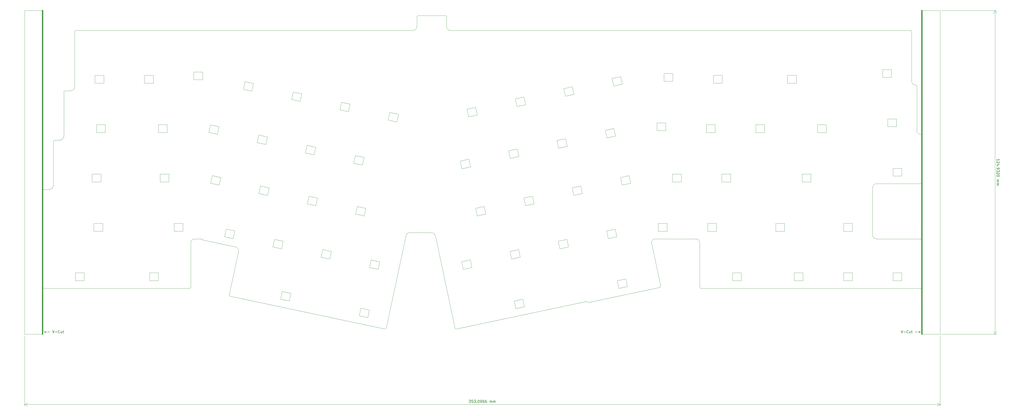
<source format=gbr>
%TF.GenerationSoftware,KiCad,Pcbnew,(6.0.9)*%
%TF.CreationDate,2023-01-04T06:44:43+09:00*%
%TF.ProjectId,Skeleton68rev2,536b656c-6574-46f6-9e36-38726576322e,rev?*%
%TF.SameCoordinates,Original*%
%TF.FileFunction,Profile,NP*%
%FSLAX46Y46*%
G04 Gerber Fmt 4.6, Leading zero omitted, Abs format (unit mm)*
G04 Created by KiCad (PCBNEW (6.0.9)) date 2023-01-04 06:44:43*
%MOMM*%
%LPD*%
G01*
G04 APERTURE LIST*
%ADD10C,0.150000*%
%TA.AperFunction,Profile*%
%ADD11C,0.100000*%
%TD*%
%TA.AperFunction,Profile*%
%ADD12C,0.500000*%
%TD*%
%TA.AperFunction,Profile*%
%ADD13C,0.120000*%
%TD*%
G04 APERTURE END LIST*
D10*
X386881537Y-72078445D02*
X386881492Y-71507017D01*
X386881515Y-71792731D02*
X387881515Y-71792651D01*
X387738650Y-71697424D01*
X387643404Y-71602194D01*
X387595777Y-71506959D01*
X387786330Y-72459325D02*
X387833953Y-72506940D01*
X387881579Y-72602175D01*
X387881598Y-72840270D01*
X387833987Y-72935512D01*
X387786372Y-72983135D01*
X387691137Y-73030761D01*
X387595899Y-73030769D01*
X387453038Y-72983161D01*
X386881564Y-72411779D01*
X386881614Y-73030826D01*
X387548349Y-73887916D02*
X386881682Y-73887969D01*
X387929282Y-73649790D02*
X387214978Y-73411752D01*
X387215027Y-74030799D01*
X386976962Y-74411771D02*
X386929347Y-74459394D01*
X386881724Y-74411779D01*
X386929339Y-74364156D01*
X386976962Y-74411771D01*
X386881724Y-74411779D01*
X386881766Y-74935588D02*
X386881781Y-75126064D01*
X386929408Y-75221299D01*
X386977031Y-75268914D01*
X387119896Y-75364140D01*
X387310376Y-75411744D01*
X387691328Y-75411714D01*
X387786562Y-75364087D01*
X387834178Y-75316464D01*
X387881789Y-75221222D01*
X387881774Y-75030746D01*
X387834147Y-74935512D01*
X387786524Y-74887897D01*
X387691282Y-74840285D01*
X387453187Y-74840304D01*
X387357953Y-74887931D01*
X387310338Y-74935554D01*
X387262726Y-75030796D01*
X387262741Y-75221272D01*
X387310368Y-75316506D01*
X387357991Y-75364121D01*
X387453233Y-75411733D01*
X387881831Y-75745032D02*
X387881880Y-76364079D01*
X387500901Y-76030777D01*
X387500913Y-76173634D01*
X387453301Y-76268876D01*
X387405686Y-76316498D01*
X387310452Y-76364125D01*
X387072357Y-76364144D01*
X386977115Y-76316533D01*
X386929492Y-76268918D01*
X386881865Y-76173683D01*
X386881842Y-75887969D01*
X386929454Y-75792727D01*
X386977069Y-75745104D01*
X387786673Y-76745039D02*
X387834296Y-76792655D01*
X387881922Y-76887889D01*
X387881941Y-77125984D01*
X387834330Y-77221226D01*
X387786715Y-77268849D01*
X387691481Y-77316476D01*
X387596242Y-77316483D01*
X387453381Y-77268876D01*
X386881907Y-76697493D01*
X386881957Y-77316540D01*
X387882006Y-77935508D02*
X387882014Y-78030746D01*
X387834402Y-78125988D01*
X387786787Y-78173611D01*
X387691553Y-78221238D01*
X387501081Y-78268872D01*
X387262985Y-78268891D01*
X387072505Y-78221287D01*
X386977263Y-78173676D01*
X386929641Y-78126060D01*
X386882014Y-78030826D01*
X386882006Y-77935588D01*
X386929618Y-77840346D01*
X386977233Y-77792723D01*
X387072467Y-77745097D01*
X387262940Y-77697462D01*
X387501035Y-77697443D01*
X387691515Y-77745047D01*
X387786757Y-77792658D01*
X387834380Y-77840274D01*
X387882006Y-77935508D01*
X386882128Y-79459398D02*
X387548795Y-79459344D01*
X387453557Y-79459352D02*
X387501180Y-79506967D01*
X387548806Y-79602201D01*
X387548818Y-79745058D01*
X387501206Y-79840300D01*
X387405972Y-79887927D01*
X386882163Y-79887969D01*
X387405972Y-79887927D02*
X387501214Y-79935538D01*
X387548841Y-80030773D01*
X387548852Y-80173630D01*
X387501241Y-80268872D01*
X387406006Y-80316498D01*
X386882197Y-80316540D01*
X386882235Y-80792731D02*
X387548902Y-80792678D01*
X387453664Y-80792685D02*
X387501286Y-80840300D01*
X387548913Y-80935535D01*
X387548925Y-81078392D01*
X387501313Y-81173634D01*
X387406079Y-81221260D01*
X386882269Y-81221302D01*
X387406079Y-81221260D02*
X387501321Y-81268872D01*
X387548947Y-81364106D01*
X387548959Y-81506963D01*
X387501347Y-81602205D01*
X387406113Y-81649832D01*
X386882304Y-81649874D01*
D11*
X365560000Y-139069960D02*
X386775701Y-139068262D01*
X365550000Y-14137963D02*
X386765701Y-14136265D01*
X386189281Y-139068309D02*
X386179281Y-14136312D01*
X386189281Y-139068309D02*
X386179281Y-14136312D01*
X386189281Y-139068309D02*
X386775612Y-137941758D01*
X386189281Y-139068309D02*
X385602770Y-137941852D01*
X386179281Y-14136312D02*
X385592950Y-15262863D01*
X386179281Y-14136312D02*
X386765792Y-15262769D01*
D10*
X183358846Y-164482380D02*
X183977894Y-164482380D01*
X183644561Y-164863333D01*
X183787418Y-164863333D01*
X183882656Y-164910952D01*
X183930275Y-164958571D01*
X183977894Y-165053809D01*
X183977894Y-165291904D01*
X183930275Y-165387142D01*
X183882656Y-165434761D01*
X183787418Y-165482380D01*
X183501704Y-165482380D01*
X183406465Y-165434761D01*
X183358846Y-165387142D01*
X184882656Y-164482380D02*
X184406465Y-164482380D01*
X184358846Y-164958571D01*
X184406465Y-164910952D01*
X184501704Y-164863333D01*
X184739799Y-164863333D01*
X184835037Y-164910952D01*
X184882656Y-164958571D01*
X184930275Y-165053809D01*
X184930275Y-165291904D01*
X184882656Y-165387142D01*
X184835037Y-165434761D01*
X184739799Y-165482380D01*
X184501704Y-165482380D01*
X184406465Y-165434761D01*
X184358846Y-165387142D01*
X185263608Y-164482380D02*
X185882656Y-164482380D01*
X185549323Y-164863333D01*
X185692180Y-164863333D01*
X185787418Y-164910952D01*
X185835037Y-164958571D01*
X185882656Y-165053809D01*
X185882656Y-165291904D01*
X185835037Y-165387142D01*
X185787418Y-165434761D01*
X185692180Y-165482380D01*
X185406465Y-165482380D01*
X185311227Y-165434761D01*
X185263608Y-165387142D01*
X186311227Y-165387142D02*
X186358846Y-165434761D01*
X186311227Y-165482380D01*
X186263608Y-165434761D01*
X186311227Y-165387142D01*
X186311227Y-165482380D01*
X186977894Y-164482380D02*
X187073132Y-164482380D01*
X187168370Y-164530000D01*
X187215989Y-164577619D01*
X187263608Y-164672857D01*
X187311227Y-164863333D01*
X187311227Y-165101428D01*
X187263608Y-165291904D01*
X187215989Y-165387142D01*
X187168370Y-165434761D01*
X187073132Y-165482380D01*
X186977894Y-165482380D01*
X186882656Y-165434761D01*
X186835037Y-165387142D01*
X186787418Y-165291904D01*
X186739799Y-165101428D01*
X186739799Y-164863333D01*
X186787418Y-164672857D01*
X186835037Y-164577619D01*
X186882656Y-164530000D01*
X186977894Y-164482380D01*
X187787418Y-165482380D02*
X187977894Y-165482380D01*
X188073132Y-165434761D01*
X188120751Y-165387142D01*
X188215989Y-165244285D01*
X188263608Y-165053809D01*
X188263608Y-164672857D01*
X188215989Y-164577619D01*
X188168370Y-164530000D01*
X188073132Y-164482380D01*
X187882656Y-164482380D01*
X187787418Y-164530000D01*
X187739799Y-164577619D01*
X187692180Y-164672857D01*
X187692180Y-164910952D01*
X187739799Y-165006190D01*
X187787418Y-165053809D01*
X187882656Y-165101428D01*
X188073132Y-165101428D01*
X188168370Y-165053809D01*
X188215989Y-165006190D01*
X188263608Y-164910952D01*
X189120751Y-164482380D02*
X188930275Y-164482380D01*
X188835037Y-164530000D01*
X188787418Y-164577619D01*
X188692180Y-164720476D01*
X188644561Y-164910952D01*
X188644561Y-165291904D01*
X188692180Y-165387142D01*
X188739799Y-165434761D01*
X188835037Y-165482380D01*
X189025513Y-165482380D01*
X189120751Y-165434761D01*
X189168370Y-165387142D01*
X189215989Y-165291904D01*
X189215989Y-165053809D01*
X189168370Y-164958571D01*
X189120751Y-164910952D01*
X189025513Y-164863333D01*
X188835037Y-164863333D01*
X188739799Y-164910952D01*
X188692180Y-164958571D01*
X188644561Y-165053809D01*
X190073132Y-164482380D02*
X189882656Y-164482380D01*
X189787418Y-164530000D01*
X189739799Y-164577619D01*
X189644561Y-164720476D01*
X189596942Y-164910952D01*
X189596942Y-165291904D01*
X189644561Y-165387142D01*
X189692180Y-165434761D01*
X189787418Y-165482380D01*
X189977894Y-165482380D01*
X190073132Y-165434761D01*
X190120751Y-165387142D01*
X190168370Y-165291904D01*
X190168370Y-165053809D01*
X190120751Y-164958571D01*
X190073132Y-164910952D01*
X189977894Y-164863333D01*
X189787418Y-164863333D01*
X189692180Y-164910952D01*
X189644561Y-164958571D01*
X189596942Y-165053809D01*
X191358846Y-165482380D02*
X191358846Y-164815714D01*
X191358846Y-164910952D02*
X191406465Y-164863333D01*
X191501704Y-164815714D01*
X191644561Y-164815714D01*
X191739799Y-164863333D01*
X191787418Y-164958571D01*
X191787418Y-165482380D01*
X191787418Y-164958571D02*
X191835037Y-164863333D01*
X191930275Y-164815714D01*
X192073132Y-164815714D01*
X192168370Y-164863333D01*
X192215989Y-164958571D01*
X192215989Y-165482380D01*
X192692180Y-165482380D02*
X192692180Y-164815714D01*
X192692180Y-164910952D02*
X192739799Y-164863333D01*
X192835037Y-164815714D01*
X192977894Y-164815714D01*
X193073132Y-164863333D01*
X193120751Y-164958571D01*
X193120751Y-165482380D01*
X193120751Y-164958571D02*
X193168370Y-164863333D01*
X193263608Y-164815714D01*
X193406465Y-164815714D01*
X193501704Y-164863333D01*
X193549323Y-164958571D01*
X193549323Y-165482380D01*
D11*
X11953408Y-139559818D02*
X11953408Y-166766420D01*
X365050000Y-139559818D02*
X365050000Y-166766420D01*
X11953408Y-166180000D02*
X365050000Y-166180000D01*
X11953408Y-166180000D02*
X365050000Y-166180000D01*
X11953408Y-166180000D02*
X13079912Y-166766421D01*
X11953408Y-166180000D02*
X13079912Y-165593579D01*
X365050000Y-166180000D02*
X363923496Y-165593579D01*
X365050000Y-166180000D02*
X363923496Y-166766421D01*
X77603408Y-102280008D02*
G75*
G03*
X76103408Y-103780000I-8J-1499992D01*
G01*
X80905601Y-102714025D02*
X93287420Y-105345862D01*
X161787014Y-21853014D02*
G75*
G03*
X163287014Y-20352994I-14J1500014D01*
G01*
X19453408Y-83230008D02*
G75*
G03*
X18953408Y-83730000I-8J-499992D01*
G01*
X163787014Y-16138014D02*
G75*
G03*
X163287014Y-16638003I-14J-499986D01*
G01*
X357541302Y-81003002D02*
G75*
G03*
X358041302Y-80502980I-2J500002D01*
G01*
X229234677Y-126735775D02*
G75*
G03*
X228096788Y-126520670I-825977J-1252125D01*
G01*
X18953400Y-120830000D02*
G75*
G03*
X19453408Y-121330000I500000J0D01*
G01*
X170356032Y-101084483D02*
X177920966Y-136674700D01*
D12*
X18953408Y-14160000D02*
X18953408Y-139059818D01*
D11*
X29774021Y-45130021D02*
G75*
G03*
X31274021Y-43630000I-21J1500021D01*
G01*
X19453408Y-121330000D02*
X75603408Y-121330000D01*
X358041302Y-139059818D02*
X365050000Y-139059818D01*
X80695150Y-102613690D02*
G75*
G03*
X79751851Y-102280000I-943250J-1166310D01*
G01*
X354041302Y-41402980D02*
X354041302Y-22352980D01*
X358041302Y-14138003D02*
X365050000Y-14138003D01*
X340500000Y-81002980D02*
X357541302Y-81002980D01*
X255233743Y-102280042D02*
G75*
G03*
X253766522Y-104091868I-43J-1499958D01*
G01*
X340500000Y-81003000D02*
G75*
G03*
X339000000Y-82502980I0J-1500000D01*
G01*
X358050000Y-102780000D02*
G75*
G03*
X357550000Y-102280000I-500000J0D01*
G01*
X160489598Y-99896351D02*
X168888811Y-99896351D01*
X18953408Y-14160000D02*
X18953408Y-83730000D01*
X94442829Y-107124963D02*
G75*
G03*
X93287420Y-105345862I-1467229J311863D01*
G01*
X356041320Y-43402980D02*
G75*
G03*
X355541302Y-42902980I-500020J-20D01*
G01*
X25600509Y-64180009D02*
G75*
G03*
X27100509Y-62680000I-9J1500009D01*
G01*
X178513996Y-137059818D02*
X228096788Y-126520670D01*
X356041302Y-60452980D02*
X356041302Y-43402980D01*
X354041320Y-22352980D02*
G75*
G03*
X353541302Y-21852980I-500020J-20D01*
G01*
X150864428Y-137059749D02*
G75*
G03*
X151457443Y-136674700I103972J489049D01*
G01*
X339000000Y-100780000D02*
G75*
G03*
X340500000Y-102280000I1500000J0D01*
G01*
X170356060Y-101084477D02*
G75*
G03*
X168888811Y-99896351I-1467260J-311923D01*
G01*
X161787014Y-21852994D02*
X31774021Y-21853003D01*
X31274021Y-23853003D02*
X31274021Y-43630000D01*
X256853040Y-121017664D02*
G75*
G03*
X257238159Y-120424638I-103940J489064D01*
G01*
X75603408Y-121330008D02*
G75*
G03*
X76103408Y-120830000I-8J500008D01*
G01*
X31274021Y-22353003D02*
X31274021Y-23853003D01*
X229613946Y-126807516D02*
X256853041Y-121017668D01*
X18953408Y-14160000D02*
X11953408Y-14160000D01*
X11953408Y-14160000D02*
X11953408Y-139059818D01*
X23035719Y-64680000D02*
X23035719Y-81730000D01*
X174717014Y-20352993D02*
X174717014Y-16638003D01*
X18953408Y-139059818D02*
X11953408Y-139059818D01*
X31774021Y-21853021D02*
G75*
G03*
X31274021Y-22353003I-21J-499979D01*
G01*
X29774021Y-45130000D02*
X27600509Y-45130000D01*
X90897888Y-123802370D02*
G75*
G03*
X91282997Y-124395397I489112J-103930D01*
G01*
X272325000Y-103780000D02*
X272325000Y-120830000D01*
X229234658Y-126735804D02*
G75*
G03*
X229613946Y-126807516I275342J417404D01*
G01*
X27600509Y-45130009D02*
G75*
G03*
X27100509Y-45630000I-9J-499991D01*
G01*
X255233743Y-102280000D02*
X270825000Y-102280000D01*
X18953408Y-139059818D02*
X18953408Y-120830000D01*
X357550000Y-121330000D02*
G75*
G03*
X358050000Y-120830000I0J500000D01*
G01*
X358041302Y-139059818D02*
X358050000Y-120830000D01*
X358050000Y-102780000D02*
X358041302Y-80502980D01*
X357550000Y-102280000D02*
X340500000Y-102280000D01*
D12*
X358041302Y-14138003D02*
X358041302Y-139059818D01*
D11*
X272825000Y-121330000D02*
X357550000Y-121330000D01*
X174217014Y-16138003D02*
X163787014Y-16138003D01*
X365050000Y-14138003D02*
X365050000Y-139059818D01*
X354041320Y-41402980D02*
G75*
G03*
X355541302Y-42902980I1499980J-20D01*
G01*
X339000000Y-100780000D02*
X339000000Y-82502980D01*
X91282997Y-124395397D02*
X150864413Y-137059818D01*
X94442774Y-107124951D02*
X90897879Y-123802368D01*
X358041320Y-62452980D02*
G75*
G03*
X357541302Y-61952980I-500020J-20D01*
G01*
X23535719Y-64180019D02*
G75*
G03*
X23035719Y-64680000I-19J-499981D01*
G01*
X257238159Y-120424638D02*
X253766522Y-104091868D01*
X356041320Y-60452980D02*
G75*
G03*
X357541302Y-61952980I1499980J-20D01*
G01*
X177920886Y-136674717D02*
G75*
G03*
X178513996Y-137059818I489114J104017D01*
G01*
X80695148Y-102613691D02*
G75*
G03*
X80905601Y-102714025I314452J388691D01*
G01*
X76103408Y-120830000D02*
X76103408Y-103780000D01*
X163287014Y-16638003D02*
X163287014Y-20352994D01*
X25600509Y-64180000D02*
X23535719Y-64180000D01*
X272325000Y-103780000D02*
G75*
G03*
X270825000Y-102280000I-1500000J0D01*
G01*
X21535719Y-83230019D02*
G75*
G03*
X23035719Y-81730000I-19J1500019D01*
G01*
X353541302Y-21852980D02*
X176217014Y-21852993D01*
X174716997Y-16638003D02*
G75*
G03*
X174217014Y-16138003I-499997J3D01*
G01*
X358041302Y-62452980D02*
X358041302Y-14138003D01*
X21535719Y-83230000D02*
X19453408Y-83230000D01*
X160489598Y-99896388D02*
G75*
G03*
X159022377Y-101084483I2J-1500012D01*
G01*
X272325000Y-120830000D02*
G75*
G03*
X272825000Y-121330000I500000J0D01*
G01*
X27100509Y-45630000D02*
X27100509Y-62680000D01*
X151457443Y-136674700D02*
X159022377Y-101084483D01*
X77603408Y-102280000D02*
X79751851Y-102280000D01*
X174717007Y-20352993D02*
G75*
G03*
X176217014Y-21852993I1499993J-7D01*
G01*
D10*
X349950476Y-137622380D02*
X350283809Y-138622380D01*
X350617142Y-137622380D01*
X350950476Y-138241428D02*
X351712380Y-138241428D01*
X352760000Y-138527142D02*
X352712380Y-138574761D01*
X352569523Y-138622380D01*
X352474285Y-138622380D01*
X352331428Y-138574761D01*
X352236190Y-138479523D01*
X352188571Y-138384285D01*
X352140952Y-138193809D01*
X352140952Y-138050952D01*
X352188571Y-137860476D01*
X352236190Y-137765238D01*
X352331428Y-137670000D01*
X352474285Y-137622380D01*
X352569523Y-137622380D01*
X352712380Y-137670000D01*
X352760000Y-137717619D01*
X353617142Y-137955714D02*
X353617142Y-138622380D01*
X353188571Y-137955714D02*
X353188571Y-138479523D01*
X353236190Y-138574761D01*
X353331428Y-138622380D01*
X353474285Y-138622380D01*
X353569523Y-138574761D01*
X353617142Y-138527142D01*
X353950476Y-137955714D02*
X354331428Y-137955714D01*
X354093333Y-137622380D02*
X354093333Y-138479523D01*
X354140952Y-138574761D01*
X354236190Y-138622380D01*
X354331428Y-138622380D01*
X355426666Y-138241428D02*
X356188571Y-138241428D01*
X356664761Y-137955714D02*
X357426666Y-138241428D01*
X356664761Y-138527142D01*
X20395238Y-137965714D02*
X19633333Y-138251428D01*
X20395238Y-138537142D01*
X20871428Y-138251428D02*
X21633333Y-138251428D01*
X22728571Y-137632380D02*
X23061904Y-138632380D01*
X23395238Y-137632380D01*
X23728571Y-138251428D02*
X24490476Y-138251428D01*
X25538095Y-138537142D02*
X25490476Y-138584761D01*
X25347619Y-138632380D01*
X25252380Y-138632380D01*
X25109523Y-138584761D01*
X25014285Y-138489523D01*
X24966666Y-138394285D01*
X24919047Y-138203809D01*
X24919047Y-138060952D01*
X24966666Y-137870476D01*
X25014285Y-137775238D01*
X25109523Y-137680000D01*
X25252380Y-137632380D01*
X25347619Y-137632380D01*
X25490476Y-137680000D01*
X25538095Y-137727619D01*
X26395238Y-137965714D02*
X26395238Y-138632380D01*
X25966666Y-137965714D02*
X25966666Y-138489523D01*
X26014285Y-138584761D01*
X26109523Y-138632380D01*
X26252380Y-138632380D01*
X26347619Y-138584761D01*
X26395238Y-138537142D01*
X26728571Y-137965714D02*
X27109523Y-137965714D01*
X26871428Y-137632380D02*
X26871428Y-138489523D01*
X26919047Y-138584761D01*
X27014285Y-138632380D01*
X27109523Y-138632380D01*
D13*
%TO.C,LED30*%
X201379817Y-129187571D02*
X204705518Y-128480672D01*
X204081783Y-125546229D02*
X200756082Y-126253128D01*
X200756082Y-126253128D02*
X201379817Y-129187571D01*
X204705518Y-128480672D02*
X204081783Y-125546229D01*
%TO.C,LED15*%
X67606900Y-77282000D02*
X64206900Y-77282000D01*
X64206900Y-80282000D02*
X67606900Y-80282000D01*
X67606900Y-80282000D02*
X67606900Y-77282000D01*
X64206900Y-77282000D02*
X64206900Y-80282000D01*
%TO.C,LED43*%
X184440318Y-113312672D02*
X183816583Y-110378229D01*
X180490882Y-111085128D02*
X181114617Y-114019571D01*
X183816583Y-110378229D02*
X180490882Y-111085128D01*
X181114617Y-114019571D02*
X184440318Y-113312672D01*
%TO.C,LED25*%
X42093400Y-99332000D02*
X42093400Y-96332000D01*
X38693400Y-96332000D02*
X38693400Y-99332000D01*
X38693400Y-99332000D02*
X42093400Y-99332000D01*
X42093400Y-96332000D02*
X38693400Y-96332000D01*
%TO.C,LED12*%
X66909200Y-58232000D02*
X63509200Y-58232000D01*
X66909200Y-61232000D02*
X66909200Y-58232000D01*
X63509200Y-61232000D02*
X66909200Y-61232000D01*
X63509200Y-58232000D02*
X63509200Y-61232000D01*
%TO.C,LED64*%
X241810883Y-39624329D02*
X238485182Y-40331228D01*
X242434618Y-42558772D02*
X241810883Y-39624329D01*
X238485182Y-40331228D02*
X239108917Y-43265671D01*
X239108917Y-43265671D02*
X242434618Y-42558772D01*
%TO.C,LED7*%
X152802917Y-53486829D02*
X152179182Y-56421272D01*
X156128618Y-54193728D02*
X152802917Y-53486829D01*
X155504883Y-57128171D02*
X156128618Y-54193728D01*
X152179182Y-56421272D02*
X155504883Y-57128171D01*
%TO.C,LED9*%
X120267982Y-69113972D02*
X123593683Y-69820871D01*
X124217418Y-66886428D02*
X120891717Y-66179529D01*
X120891717Y-66179529D02*
X120267982Y-69113972D01*
X123593683Y-69820871D02*
X124217418Y-66886428D01*
%TO.C,LED36*%
X331183700Y-96332000D02*
X327783700Y-96332000D01*
X327783700Y-96332000D02*
X327783700Y-99332000D01*
X331183700Y-99332000D02*
X331183700Y-96332000D01*
X327783700Y-99332000D02*
X331183700Y-99332000D01*
%TO.C,LED40*%
X239717683Y-98496029D02*
X236391982Y-99202928D01*
X240341418Y-101430472D02*
X239717683Y-98496029D01*
X236391982Y-99202928D02*
X237015717Y-102137371D01*
X237015717Y-102137371D02*
X240341418Y-101430472D01*
%TO.C,LED37*%
X301590000Y-96332000D02*
X301590000Y-99332000D01*
X304990000Y-99332000D02*
X304990000Y-96332000D01*
X301590000Y-99332000D02*
X304990000Y-99332000D01*
X304990000Y-96332000D02*
X301590000Y-96332000D01*
%TO.C,LED13*%
X43096700Y-61232000D02*
X43096700Y-58232000D01*
X43096700Y-58232000D02*
X39696700Y-58232000D01*
X39696700Y-61232000D02*
X43096700Y-61232000D01*
X39696700Y-58232000D02*
X39696700Y-61232000D01*
%TO.C,LED58*%
X217861817Y-67257471D02*
X221187518Y-66550572D01*
X220563783Y-63616129D02*
X217238082Y-64323028D01*
X221187518Y-66550572D02*
X220563783Y-63616129D01*
X217238082Y-64323028D02*
X217861817Y-67257471D01*
%TO.C,LED34*%
X327783700Y-118382000D02*
X331183700Y-118382000D01*
X327783700Y-115382000D02*
X327783700Y-118382000D01*
X331183700Y-115382000D02*
X327783700Y-115382000D01*
X331183700Y-118382000D02*
X331183700Y-115382000D01*
%TO.C,LED24*%
X69649600Y-96332000D02*
X69649600Y-99332000D01*
X73049600Y-96332000D02*
X69649600Y-96332000D01*
X73049600Y-99332000D02*
X73049600Y-96332000D01*
X69649600Y-99332000D02*
X73049600Y-99332000D01*
%TO.C,LED31*%
X241100417Y-121354071D02*
X244426118Y-120647172D01*
X244426118Y-120647172D02*
X243802383Y-117712729D01*
X243802383Y-117712729D02*
X240476682Y-118419628D01*
X240476682Y-118419628D02*
X241100417Y-121354071D01*
%TO.C,LED53*%
X317738400Y-58232000D02*
X317738400Y-61232000D01*
X317738400Y-61232000D02*
X321138400Y-61232000D01*
X321138400Y-58232000D02*
X317738400Y-58232000D01*
X321138400Y-61232000D02*
X321138400Y-58232000D01*
%TO.C,LED42*%
X202450283Y-106417429D02*
X199124582Y-107124328D01*
X203074018Y-109351872D02*
X202450283Y-106417429D01*
X199124582Y-107124328D02*
X199748317Y-110058771D01*
X199748317Y-110058771D02*
X203074018Y-109351872D01*
%TO.C,LED65*%
X258525900Y-41441400D02*
X261925900Y-41441400D01*
X261925900Y-38441400D02*
X258525900Y-38441400D01*
X261925900Y-41441400D02*
X261925900Y-38441400D01*
X258525900Y-38441400D02*
X258525900Y-41441400D01*
%TO.C,LED49*%
X284238900Y-77282000D02*
X280838900Y-77282000D01*
X284238900Y-80282000D02*
X284238900Y-77282000D01*
X280838900Y-80282000D02*
X284238900Y-80282000D01*
X280838900Y-77282000D02*
X280838900Y-80282000D01*
%TO.C,LED18*%
X121589417Y-85803429D02*
X120965682Y-88737872D01*
X124291383Y-89444771D02*
X124915118Y-86510328D01*
X124915118Y-86510328D02*
X121589417Y-85803429D01*
X120965682Y-88737872D02*
X124291383Y-89444771D01*
%TO.C,LED2*%
X61557700Y-42182000D02*
X61557700Y-39182000D01*
X58157700Y-42182000D02*
X61557700Y-42182000D01*
X58157700Y-39182000D02*
X58157700Y-42182000D01*
X61557700Y-39182000D02*
X58157700Y-39182000D01*
%TO.C,LED1*%
X42507700Y-42182000D02*
X42507700Y-39182000D01*
X39107700Y-42182000D02*
X42507700Y-42182000D01*
X39107700Y-39182000D02*
X39107700Y-42182000D01*
X42507700Y-39182000D02*
X39107700Y-39182000D01*
%TO.C,LED66*%
X280975900Y-39182000D02*
X277575900Y-39182000D01*
X277575900Y-42182000D02*
X280975900Y-42182000D01*
X277575900Y-39182000D02*
X277575900Y-42182000D01*
X280975900Y-42182000D02*
X280975900Y-39182000D01*
%TO.C,LED63*%
X219851482Y-44291928D02*
X220475217Y-47226371D01*
X223177183Y-43585029D02*
X219851482Y-44291928D01*
X223800918Y-46519472D02*
X223177183Y-43585029D01*
X220475217Y-47226371D02*
X223800918Y-46519472D01*
%TO.C,LED56*%
X259225900Y-57491400D02*
X255825900Y-57491400D01*
X255825900Y-60491400D02*
X259225900Y-60491400D01*
X259225900Y-60491400D02*
X259225900Y-57491400D01*
X255825900Y-57491400D02*
X255825900Y-60491400D01*
%TO.C,LED39*%
X259746200Y-99332000D02*
X259746200Y-96332000D01*
X259746200Y-96332000D02*
X256346200Y-96332000D01*
X256346200Y-99332000D02*
X259746200Y-99332000D01*
X256346200Y-96332000D02*
X256346200Y-99332000D01*
%TO.C,LED11*%
X86949918Y-58964928D02*
X83624217Y-58258029D01*
X83000482Y-61192472D02*
X86326183Y-61899371D01*
X83624217Y-58258029D02*
X83000482Y-61192472D01*
X86326183Y-61899371D02*
X86949918Y-58964928D01*
%TO.C,LED28*%
X110714982Y-125510172D02*
X114040683Y-126217071D01*
X114040683Y-126217071D02*
X114664418Y-123282628D01*
X111338717Y-122575729D02*
X110714982Y-125510172D01*
X114664418Y-123282628D02*
X111338717Y-122575729D01*
%TO.C,LED26*%
X34949600Y-118382000D02*
X34949600Y-115382000D01*
X34949600Y-115382000D02*
X31549600Y-115382000D01*
X31549600Y-118382000D02*
X34949600Y-118382000D01*
X31549600Y-115382000D02*
X31549600Y-118382000D01*
%TO.C,LED52*%
X348225000Y-59005000D02*
X348225000Y-56005000D01*
X348225000Y-56005000D02*
X344825000Y-56005000D01*
X344825000Y-59005000D02*
X348225000Y-59005000D01*
X344825000Y-56005000D02*
X344825000Y-59005000D01*
%TO.C,LED51*%
X346825000Y-75055000D02*
X346825000Y-78055000D01*
X346825000Y-78055000D02*
X350225000Y-78055000D01*
X350225000Y-75055000D02*
X346825000Y-75055000D01*
X350225000Y-78055000D02*
X350225000Y-75055000D01*
%TO.C,LED5*%
X114911782Y-48499872D02*
X118237483Y-49206771D01*
X115535517Y-45565429D02*
X114911782Y-48499872D01*
X118237483Y-49206771D02*
X118861218Y-46272328D01*
X118861218Y-46272328D02*
X115535517Y-45565429D01*
%TO.C,LED46*%
X223114482Y-82549628D02*
X223738217Y-85484071D01*
X227063918Y-84777172D02*
X226440183Y-81842729D01*
X223738217Y-85484071D02*
X227063918Y-84777172D01*
X226440183Y-81842729D02*
X223114482Y-82549628D01*
%TO.C,LED3*%
X80607700Y-40867500D02*
X80607700Y-37867500D01*
X77207700Y-37867500D02*
X77207700Y-40867500D01*
X77207700Y-40867500D02*
X80607700Y-40867500D01*
X80607700Y-37867500D02*
X77207700Y-37867500D01*
%TO.C,LED44*%
X185846982Y-90471028D02*
X186470717Y-93405471D01*
X186470717Y-93405471D02*
X189796418Y-92698572D01*
X189796418Y-92698572D02*
X189172683Y-89764129D01*
X189172683Y-89764129D02*
X185846982Y-90471028D01*
%TO.C,LED19*%
X139599382Y-92698572D02*
X142925083Y-93405471D01*
X143548818Y-90471028D02*
X140223117Y-89764129D01*
X142925083Y-93405471D02*
X143548818Y-90471028D01*
X140223117Y-89764129D02*
X139599382Y-92698572D01*
%TO.C,LED67*%
X309550900Y-42182000D02*
X309550900Y-39182000D01*
X309550900Y-39182000D02*
X306150900Y-39182000D01*
X306150900Y-42182000D02*
X309550900Y-42182000D01*
X306150900Y-39182000D02*
X306150900Y-42182000D01*
%TO.C,LED41*%
X218382017Y-106098071D02*
X221707718Y-105391172D01*
X217758282Y-103163628D02*
X218382017Y-106098071D01*
X221083983Y-102456729D02*
X217758282Y-103163628D01*
X221707718Y-105391172D02*
X221083983Y-102456729D01*
%TO.C,LED27*%
X60124600Y-115382000D02*
X60124600Y-118382000D01*
X60124600Y-118382000D02*
X63524600Y-118382000D01*
X63524600Y-115382000D02*
X60124600Y-115382000D01*
X63524600Y-118382000D02*
X63524600Y-115382000D01*
%TO.C,LED50*%
X311795100Y-80282000D02*
X315195100Y-80282000D01*
X315195100Y-77282000D02*
X311795100Y-77282000D01*
X311795100Y-77282000D02*
X311795100Y-80282000D01*
X315195100Y-80282000D02*
X315195100Y-77282000D01*
%TO.C,LED4*%
X96278082Y-44539172D02*
X99603783Y-45246071D01*
X96901817Y-41604729D02*
X96278082Y-44539172D01*
X99603783Y-45246071D02*
X100227518Y-42311628D01*
X100227518Y-42311628D02*
X96901817Y-41604729D01*
%TO.C,LED60*%
X183920018Y-74472072D02*
X183296283Y-71537629D01*
X180594317Y-75178971D02*
X183920018Y-74472072D01*
X183296283Y-71537629D02*
X179970582Y-72244528D01*
X179970582Y-72244528D02*
X180594317Y-75178971D01*
%TO.C,LED61*%
X185909683Y-51506529D02*
X182583982Y-52213428D01*
X186533418Y-54440972D02*
X185909683Y-51506529D01*
X183207717Y-55147871D02*
X186533418Y-54440972D01*
X182583982Y-52213428D02*
X183207717Y-55147871D01*
%TO.C,LED57*%
X236495517Y-63296771D02*
X239821218Y-62589872D01*
X239821218Y-62589872D02*
X239197483Y-59655429D01*
X239197483Y-59655429D02*
X235871782Y-60362328D01*
X235871782Y-60362328D02*
X236495517Y-63296771D01*
%TO.C,LED20*%
X145579217Y-110378229D02*
X144955482Y-113312672D01*
X144955482Y-113312672D02*
X148281183Y-114019571D01*
X148904918Y-111085128D02*
X145579217Y-110378229D01*
X148281183Y-114019571D02*
X148904918Y-111085128D01*
%TO.C,LED48*%
X265188900Y-80282000D02*
X265188900Y-77282000D01*
X265188900Y-77282000D02*
X261788900Y-77282000D01*
X261788900Y-80282000D02*
X265188900Y-80282000D01*
X261788900Y-77282000D02*
X261788900Y-80282000D01*
%TO.C,LED29*%
X144944218Y-129718828D02*
X141618517Y-129011929D01*
X141618517Y-129011929D02*
X140994782Y-131946372D01*
X140994782Y-131946372D02*
X144320483Y-132653271D01*
X144320483Y-132653271D02*
X144944218Y-129718828D01*
%TO.C,LED38*%
X278796200Y-96332000D02*
X275396200Y-96332000D01*
X275396200Y-99332000D02*
X278796200Y-99332000D01*
X275396200Y-96332000D02*
X275396200Y-99332000D01*
X278796200Y-99332000D02*
X278796200Y-96332000D01*
%TO.C,LED33*%
X308733700Y-115382000D02*
X308733700Y-118382000D01*
X312133700Y-118382000D02*
X312133700Y-115382000D01*
X308733700Y-118382000D02*
X312133700Y-118382000D01*
X312133700Y-115382000D02*
X308733700Y-115382000D01*
%TO.C,LED35*%
X346833700Y-115382000D02*
X346833700Y-118382000D01*
X346833700Y-118382000D02*
X350233700Y-118382000D01*
X350233700Y-118382000D02*
X350233700Y-115382000D01*
X350233700Y-115382000D02*
X346833700Y-115382000D01*
%TO.C,LED16*%
X87023883Y-81523271D02*
X87647618Y-78588828D01*
X87647618Y-78588828D02*
X84321917Y-77881929D01*
X84321917Y-77881929D02*
X83698182Y-80816372D01*
X83698182Y-80816372D02*
X87023883Y-81523271D01*
%TO.C,LED62*%
X204543383Y-47545829D02*
X201217682Y-48252728D01*
X205167118Y-50480272D02*
X204543383Y-47545829D01*
X201841417Y-51187171D02*
X205167118Y-50480272D01*
X201217682Y-48252728D02*
X201841417Y-51187171D01*
%TO.C,LED23*%
X89678117Y-98496029D02*
X89054382Y-101430472D01*
X89054382Y-101430472D02*
X92380083Y-102137371D01*
X92380083Y-102137371D02*
X93003818Y-99202928D01*
X93003818Y-99202928D02*
X89678117Y-98496029D01*
%TO.C,LED10*%
X101634182Y-65153272D02*
X104959883Y-65860171D01*
X105583618Y-62925728D02*
X102257917Y-62218829D01*
X104959883Y-65860171D02*
X105583618Y-62925728D01*
X102257917Y-62218829D02*
X101634182Y-65153272D01*
%TO.C,LED17*%
X102955717Y-81842729D02*
X102331982Y-84777172D01*
X106281418Y-82549628D02*
X102955717Y-81842729D01*
X105657683Y-85484071D02*
X106281418Y-82549628D01*
X102331982Y-84777172D02*
X105657683Y-85484071D01*
%TO.C,LED54*%
X293925900Y-61232000D02*
X297325900Y-61232000D01*
X297325900Y-58232000D02*
X293925900Y-58232000D01*
X293925900Y-58232000D02*
X293925900Y-61232000D01*
X297325900Y-61232000D02*
X297325900Y-58232000D01*
%TO.C,LED68*%
X342825000Y-39955000D02*
X346225000Y-39955000D01*
X346225000Y-36955000D02*
X342825000Y-36955000D01*
X342825000Y-36955000D02*
X342825000Y-39955000D01*
X346225000Y-39955000D02*
X346225000Y-36955000D01*
%TO.C,LED22*%
X107688082Y-105391172D02*
X111013783Y-106098071D01*
X111013783Y-106098071D02*
X111637518Y-103163628D01*
X111637518Y-103163628D02*
X108311817Y-102456729D01*
X108311817Y-102456729D02*
X107688082Y-105391172D01*
%TO.C,LED6*%
X137494918Y-50233028D02*
X134169217Y-49526129D01*
X134169217Y-49526129D02*
X133545482Y-52460572D01*
X133545482Y-52460572D02*
X136871183Y-53167471D01*
X136871183Y-53167471D02*
X137494918Y-50233028D01*
%TO.C,LED32*%
X284921200Y-118382000D02*
X288321200Y-118382000D01*
X288321200Y-118382000D02*
X288321200Y-115382000D01*
X284921200Y-115382000D02*
X284921200Y-118382000D01*
X288321200Y-115382000D02*
X284921200Y-115382000D01*
%TO.C,LED55*%
X278275900Y-58232000D02*
X274875900Y-58232000D01*
X278275900Y-61232000D02*
X278275900Y-58232000D01*
X274875900Y-58232000D02*
X274875900Y-61232000D01*
X274875900Y-61232000D02*
X278275900Y-61232000D01*
%TO.C,LED8*%
X138901682Y-73074672D02*
X142227383Y-73781571D01*
X142227383Y-73781571D02*
X142851118Y-70847128D01*
X139525417Y-70140229D02*
X138901682Y-73074672D01*
X142851118Y-70847128D02*
X139525417Y-70140229D01*
%TO.C,LED45*%
X207806383Y-85803429D02*
X204480682Y-86510328D01*
X205104417Y-89444771D02*
X208430118Y-88737872D01*
X204480682Y-86510328D02*
X205104417Y-89444771D01*
X208430118Y-88737872D02*
X207806383Y-85803429D01*
%TO.C,LED14*%
X41413200Y-77282000D02*
X38013200Y-77282000D01*
X38013200Y-77282000D02*
X38013200Y-80282000D01*
X41413200Y-80282000D02*
X41413200Y-77282000D01*
X38013200Y-80282000D02*
X41413200Y-80282000D01*
%TO.C,LED21*%
X126321782Y-109351872D02*
X129647483Y-110058771D01*
X126945517Y-106417429D02*
X126321782Y-109351872D01*
X129647483Y-110058771D02*
X130271218Y-107124328D01*
X130271218Y-107124328D02*
X126945517Y-106417429D01*
%TO.C,LED59*%
X202553718Y-70511272D02*
X201929983Y-67576829D01*
X199228017Y-71218171D02*
X202553718Y-70511272D01*
X201929983Y-67576829D02*
X198604282Y-68283728D01*
X198604282Y-68283728D02*
X199228017Y-71218171D01*
%TO.C,LED47*%
X245073883Y-77881929D02*
X241748182Y-78588828D01*
X241748182Y-78588828D02*
X242371917Y-81523271D01*
X242371917Y-81523271D02*
X245697618Y-80816372D01*
X245697618Y-80816372D02*
X245073883Y-77881929D01*
%TD*%
M02*

</source>
